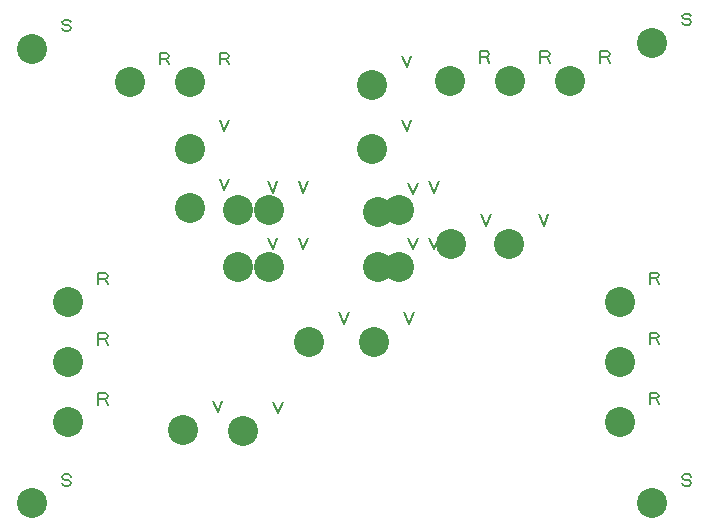
<source format=gbr>
G04 DesignSpark PCB Gerber Version 9.0 Build 5138 *
G04 #@! TF.Part,Single*
G04 #@! TF.FileFunction,Drillmap *
G04 #@! TF.FilePolarity,Positive *
%FSLAX35Y35*%
%MOIN*%
%ADD12C,0.00500*%
G04 #@! TA.AperFunction,ComponentPad*
%ADD18C,0.10000*%
X0Y0D02*
D02*
D12*
X21274Y17361D02*
X21586Y16736D01*
X22211Y16424*
X23461*
X24086Y16736*
X24399Y17361*
X24086Y17986*
X23461Y18299*
X22211*
X21586Y18611*
X21274Y19236*
X21586Y19861*
X22211Y20174*
X23461*
X24086Y19861*
X24399Y19236*
X21274Y168936D02*
X21586Y168311D01*
X22211Y167998*
X23461*
X24086Y168311*
X24399Y168936*
X24086Y169561*
X23461Y169874*
X22211*
X21586Y170186*
X21274Y170811*
X21586Y171436*
X22211Y171748*
X23461*
X24086Y171436*
X24399Y170811*
X33478Y43392D02*
Y47142D01*
X35666*
X36291Y46830*
X36604Y46205*
X36291Y45580*
X35666Y45267*
X33478*
X35666D02*
X36604Y43392D01*
X33478Y63392D02*
Y67142D01*
X35666*
X36291Y66830*
X36604Y66205*
X36291Y65580*
X35666Y65267*
X33478*
X35666D02*
X36604Y63392D01*
X33478Y83471D02*
Y87221D01*
X35666*
X36291Y86909*
X36604Y86283*
X36291Y85659*
X35666Y85346*
X33478*
X35666D02*
X36604Y83471D01*
X53852Y156778D02*
Y160528D01*
X56040*
X56665Y160216*
X56978Y159591*
X56665Y158966*
X56040Y158653*
X53852*
X56040D02*
X56978Y156778D01*
X71667Y44583D02*
X73230Y40833D01*
X74793Y44583*
X73852Y118599D02*
X75415Y114849D01*
X76978Y118599*
X73852Y138284D02*
X75415Y134534D01*
X76978Y138284*
X73852Y156778D02*
Y160528D01*
X76040*
X76665Y160216*
X76978Y159591*
X76665Y158966*
X76040Y158653*
X73852*
X76040D02*
X76978Y156778D01*
X89935Y98914D02*
X91498Y95164D01*
X93060Y98914*
X89935Y117811D02*
X91498Y114061D01*
X93060Y117811*
X91746Y44189D02*
X93309Y40439D01*
X94871Y44189*
X100171Y98914D02*
X101734Y95164D01*
X103296Y98914*
X100171Y117811D02*
X101734Y114061D01*
X103296Y117811*
X113793Y74111D02*
X115356Y70361D01*
X116919Y74111*
X134659Y138363D02*
X136222Y134613D01*
X137785Y138363*
X134659Y159544D02*
X136222Y155794D01*
X137785Y159544*
X135447Y74111D02*
X137009Y70361D01*
X138572Y74111*
X136687Y98914D02*
X138250Y95164D01*
X139812Y98914*
X136687Y117418D02*
X138250Y113668D01*
X139812Y117418*
X143715Y98914D02*
X145277Y95164D01*
X146840Y98914*
X143715Y117811D02*
X145277Y114061D01*
X146840Y117811*
X160644Y157369D02*
Y161119D01*
X162831*
X163456Y160806*
X163769Y160181*
X163456Y159556*
X162831Y159244*
X160644*
X162831D02*
X163769Y157369D01*
X161037Y106788D02*
X162600Y103038D01*
X164163Y106788*
X180329D02*
X181891Y103038D01*
X183454Y106788*
X180722Y157369D02*
Y161119D01*
X182910*
X183535Y160806*
X183848Y160181*
X183535Y159556*
X182910Y159244*
X180722*
X182910D02*
X183848Y157369D01*
X200722D02*
Y161119D01*
X202910*
X203535Y160806*
X203848Y160181*
X203535Y159556*
X202910Y159244*
X200722*
X202910D02*
X203848Y157369D01*
X217238Y43589D02*
Y47339D01*
X219426*
X220051Y47027*
X220363Y46402*
X220051Y45777*
X219426Y45464*
X217238*
X219426D02*
X220363Y43589D01*
X217238Y63589D02*
Y67339D01*
X219426*
X220051Y67027*
X220363Y66402*
X220051Y65777*
X219426Y65464*
X217238*
X219426D02*
X220363Y63589D01*
X217238Y83668D02*
Y87418D01*
X219426*
X220051Y87106*
X220363Y86480*
X220051Y85856*
X219426Y85543*
X217238*
X219426D02*
X220363Y83668D01*
X227967Y17361D02*
X228279Y16736D01*
X228904Y16424*
X230154*
X230779Y16736*
X231092Y17361*
X230779Y17986*
X230154Y18299*
X228904*
X228279Y18611*
X227967Y19236*
X228279Y19861*
X228904Y20174*
X230154*
X230779Y19861*
X231092Y19236*
X227967Y170905D02*
X228279Y170280D01*
X228904Y169967*
X230154*
X230779Y170280*
X231092Y170905*
X230779Y171530*
X230154Y171842*
X228904*
X228279Y172155*
X227967Y172780*
X228279Y173405*
X228904Y173717*
X230154*
X230779Y173405*
X231092Y172780*
D02*
D18*
X11274Y10486D03*
Y162061D03*
X23478Y37455D03*
Y57455D03*
Y77533D03*
X43852Y150841D03*
X61667Y34896D03*
X63852Y108911D03*
Y128596D03*
Y150841D03*
X79935Y89226D03*
Y108124D03*
X81746Y34502D03*
X90171Y89226D03*
Y108124D03*
X103793Y64423D03*
X124659Y128675D03*
Y149856D03*
X125447Y64423D03*
X126687Y89226D03*
Y107730D03*
X133715Y89226D03*
Y108124D03*
X150644Y151431D03*
X151037Y97100D03*
X170329D03*
X170722Y151431D03*
X190722D03*
X207238Y37652D03*
Y57652D03*
Y77730D03*
X217967Y10486D03*
Y164030D03*
X0Y0D02*
M02*

</source>
